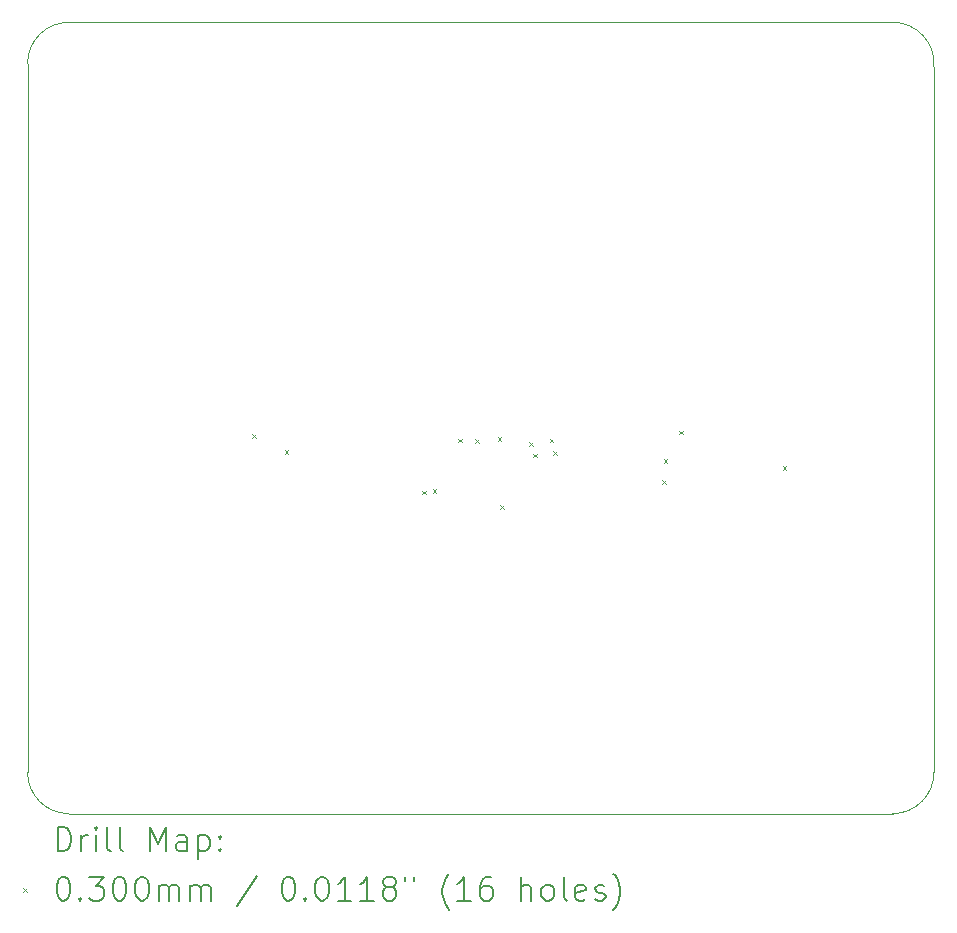
<source format=gbr>
%TF.GenerationSoftware,KiCad,Pcbnew,8.0.4*%
%TF.CreationDate,2024-12-09T12:19:38+01:00*%
%TF.ProjectId,BLDC motor controller,424c4443-206d-46f7-946f-7220636f6e74,1.1*%
%TF.SameCoordinates,Original*%
%TF.FileFunction,Drillmap*%
%TF.FilePolarity,Positive*%
%FSLAX45Y45*%
G04 Gerber Fmt 4.5, Leading zero omitted, Abs format (unit mm)*
G04 Created by KiCad (PCBNEW 8.0.4) date 2024-12-09 12:19:38*
%MOMM*%
%LPD*%
G01*
G04 APERTURE LIST*
%ADD10C,0.100000*%
%ADD11C,0.200000*%
G04 APERTURE END LIST*
D10*
X9725000Y-6750000D02*
X16700000Y-6750000D01*
X9375000Y-7100000D02*
G75*
G02*
X9725000Y-6750000I350000J0D01*
G01*
X9375000Y-13100000D02*
X9375000Y-8750000D01*
X16700000Y-6750000D02*
G75*
G02*
X17049111Y-7124936I0J-350000D01*
G01*
X9725000Y-13450000D02*
X16700000Y-13450000D01*
X17050000Y-13100000D02*
X17050000Y-7125000D01*
X17050000Y-13100000D02*
G75*
G02*
X16700000Y-13450000I-350000J0D01*
G01*
X9725000Y-13450000D02*
G75*
G02*
X9375000Y-13100000I0J350000D01*
G01*
X9375000Y-8750000D02*
X9375000Y-7100000D01*
D11*
D10*
X11277500Y-10237500D02*
X11307500Y-10267500D01*
X11307500Y-10237500D02*
X11277500Y-10267500D01*
X11552500Y-10375000D02*
X11582500Y-10405000D01*
X11582500Y-10375000D02*
X11552500Y-10405000D01*
X12715000Y-10715000D02*
X12745000Y-10745000D01*
X12745000Y-10715000D02*
X12715000Y-10745000D01*
X12805000Y-10705000D02*
X12835000Y-10735000D01*
X12835000Y-10705000D02*
X12805000Y-10735000D01*
X13020000Y-10275000D02*
X13050000Y-10305000D01*
X13050000Y-10275000D02*
X13020000Y-10305000D01*
X13165000Y-10280000D02*
X13195000Y-10310000D01*
X13195000Y-10280000D02*
X13165000Y-10310000D01*
X13355000Y-10265000D02*
X13385000Y-10295000D01*
X13385000Y-10265000D02*
X13355000Y-10295000D01*
X13375000Y-10840000D02*
X13405000Y-10870000D01*
X13405000Y-10840000D02*
X13375000Y-10870000D01*
X13625000Y-10305000D02*
X13655000Y-10335000D01*
X13655000Y-10305000D02*
X13625000Y-10335000D01*
X13655000Y-10405000D02*
X13685000Y-10435000D01*
X13685000Y-10405000D02*
X13655000Y-10435000D01*
X13795000Y-10275000D02*
X13825000Y-10305000D01*
X13825000Y-10275000D02*
X13795000Y-10305000D01*
X13825000Y-10380000D02*
X13855000Y-10410000D01*
X13855000Y-10380000D02*
X13825000Y-10410000D01*
X14750000Y-10627500D02*
X14780000Y-10657500D01*
X14780000Y-10627500D02*
X14750000Y-10657500D01*
X14762500Y-10450000D02*
X14792500Y-10480000D01*
X14792500Y-10450000D02*
X14762500Y-10480000D01*
X14895000Y-10210000D02*
X14925000Y-10240000D01*
X14925000Y-10210000D02*
X14895000Y-10240000D01*
X15767500Y-10510000D02*
X15797500Y-10540000D01*
X15797500Y-10510000D02*
X15767500Y-10540000D01*
D11*
X9630777Y-13766484D02*
X9630777Y-13566484D01*
X9630777Y-13566484D02*
X9678396Y-13566484D01*
X9678396Y-13566484D02*
X9706967Y-13576008D01*
X9706967Y-13576008D02*
X9726015Y-13595055D01*
X9726015Y-13595055D02*
X9735539Y-13614103D01*
X9735539Y-13614103D02*
X9745063Y-13652198D01*
X9745063Y-13652198D02*
X9745063Y-13680769D01*
X9745063Y-13680769D02*
X9735539Y-13718865D01*
X9735539Y-13718865D02*
X9726015Y-13737912D01*
X9726015Y-13737912D02*
X9706967Y-13756960D01*
X9706967Y-13756960D02*
X9678396Y-13766484D01*
X9678396Y-13766484D02*
X9630777Y-13766484D01*
X9830777Y-13766484D02*
X9830777Y-13633150D01*
X9830777Y-13671246D02*
X9840301Y-13652198D01*
X9840301Y-13652198D02*
X9849824Y-13642674D01*
X9849824Y-13642674D02*
X9868872Y-13633150D01*
X9868872Y-13633150D02*
X9887920Y-13633150D01*
X9954586Y-13766484D02*
X9954586Y-13633150D01*
X9954586Y-13566484D02*
X9945063Y-13576008D01*
X9945063Y-13576008D02*
X9954586Y-13585531D01*
X9954586Y-13585531D02*
X9964110Y-13576008D01*
X9964110Y-13576008D02*
X9954586Y-13566484D01*
X9954586Y-13566484D02*
X9954586Y-13585531D01*
X10078396Y-13766484D02*
X10059348Y-13756960D01*
X10059348Y-13756960D02*
X10049824Y-13737912D01*
X10049824Y-13737912D02*
X10049824Y-13566484D01*
X10183158Y-13766484D02*
X10164110Y-13756960D01*
X10164110Y-13756960D02*
X10154586Y-13737912D01*
X10154586Y-13737912D02*
X10154586Y-13566484D01*
X10411729Y-13766484D02*
X10411729Y-13566484D01*
X10411729Y-13566484D02*
X10478396Y-13709341D01*
X10478396Y-13709341D02*
X10545063Y-13566484D01*
X10545063Y-13566484D02*
X10545063Y-13766484D01*
X10726015Y-13766484D02*
X10726015Y-13661722D01*
X10726015Y-13661722D02*
X10716491Y-13642674D01*
X10716491Y-13642674D02*
X10697444Y-13633150D01*
X10697444Y-13633150D02*
X10659348Y-13633150D01*
X10659348Y-13633150D02*
X10640301Y-13642674D01*
X10726015Y-13756960D02*
X10706967Y-13766484D01*
X10706967Y-13766484D02*
X10659348Y-13766484D01*
X10659348Y-13766484D02*
X10640301Y-13756960D01*
X10640301Y-13756960D02*
X10630777Y-13737912D01*
X10630777Y-13737912D02*
X10630777Y-13718865D01*
X10630777Y-13718865D02*
X10640301Y-13699817D01*
X10640301Y-13699817D02*
X10659348Y-13690293D01*
X10659348Y-13690293D02*
X10706967Y-13690293D01*
X10706967Y-13690293D02*
X10726015Y-13680769D01*
X10821253Y-13633150D02*
X10821253Y-13833150D01*
X10821253Y-13642674D02*
X10840301Y-13633150D01*
X10840301Y-13633150D02*
X10878396Y-13633150D01*
X10878396Y-13633150D02*
X10897444Y-13642674D01*
X10897444Y-13642674D02*
X10906967Y-13652198D01*
X10906967Y-13652198D02*
X10916491Y-13671246D01*
X10916491Y-13671246D02*
X10916491Y-13728388D01*
X10916491Y-13728388D02*
X10906967Y-13747436D01*
X10906967Y-13747436D02*
X10897444Y-13756960D01*
X10897444Y-13756960D02*
X10878396Y-13766484D01*
X10878396Y-13766484D02*
X10840301Y-13766484D01*
X10840301Y-13766484D02*
X10821253Y-13756960D01*
X11002205Y-13747436D02*
X11011729Y-13756960D01*
X11011729Y-13756960D02*
X11002205Y-13766484D01*
X11002205Y-13766484D02*
X10992682Y-13756960D01*
X10992682Y-13756960D02*
X11002205Y-13747436D01*
X11002205Y-13747436D02*
X11002205Y-13766484D01*
X11002205Y-13642674D02*
X11011729Y-13652198D01*
X11011729Y-13652198D02*
X11002205Y-13661722D01*
X11002205Y-13661722D02*
X10992682Y-13652198D01*
X10992682Y-13652198D02*
X11002205Y-13642674D01*
X11002205Y-13642674D02*
X11002205Y-13661722D01*
D10*
X9340000Y-14080000D02*
X9370000Y-14110000D01*
X9370000Y-14080000D02*
X9340000Y-14110000D01*
D11*
X9668872Y-13986484D02*
X9687920Y-13986484D01*
X9687920Y-13986484D02*
X9706967Y-13996008D01*
X9706967Y-13996008D02*
X9716491Y-14005531D01*
X9716491Y-14005531D02*
X9726015Y-14024579D01*
X9726015Y-14024579D02*
X9735539Y-14062674D01*
X9735539Y-14062674D02*
X9735539Y-14110293D01*
X9735539Y-14110293D02*
X9726015Y-14148388D01*
X9726015Y-14148388D02*
X9716491Y-14167436D01*
X9716491Y-14167436D02*
X9706967Y-14176960D01*
X9706967Y-14176960D02*
X9687920Y-14186484D01*
X9687920Y-14186484D02*
X9668872Y-14186484D01*
X9668872Y-14186484D02*
X9649824Y-14176960D01*
X9649824Y-14176960D02*
X9640301Y-14167436D01*
X9640301Y-14167436D02*
X9630777Y-14148388D01*
X9630777Y-14148388D02*
X9621253Y-14110293D01*
X9621253Y-14110293D02*
X9621253Y-14062674D01*
X9621253Y-14062674D02*
X9630777Y-14024579D01*
X9630777Y-14024579D02*
X9640301Y-14005531D01*
X9640301Y-14005531D02*
X9649824Y-13996008D01*
X9649824Y-13996008D02*
X9668872Y-13986484D01*
X9821253Y-14167436D02*
X9830777Y-14176960D01*
X9830777Y-14176960D02*
X9821253Y-14186484D01*
X9821253Y-14186484D02*
X9811729Y-14176960D01*
X9811729Y-14176960D02*
X9821253Y-14167436D01*
X9821253Y-14167436D02*
X9821253Y-14186484D01*
X9897444Y-13986484D02*
X10021253Y-13986484D01*
X10021253Y-13986484D02*
X9954586Y-14062674D01*
X9954586Y-14062674D02*
X9983158Y-14062674D01*
X9983158Y-14062674D02*
X10002205Y-14072198D01*
X10002205Y-14072198D02*
X10011729Y-14081722D01*
X10011729Y-14081722D02*
X10021253Y-14100769D01*
X10021253Y-14100769D02*
X10021253Y-14148388D01*
X10021253Y-14148388D02*
X10011729Y-14167436D01*
X10011729Y-14167436D02*
X10002205Y-14176960D01*
X10002205Y-14176960D02*
X9983158Y-14186484D01*
X9983158Y-14186484D02*
X9926015Y-14186484D01*
X9926015Y-14186484D02*
X9906967Y-14176960D01*
X9906967Y-14176960D02*
X9897444Y-14167436D01*
X10145063Y-13986484D02*
X10164110Y-13986484D01*
X10164110Y-13986484D02*
X10183158Y-13996008D01*
X10183158Y-13996008D02*
X10192682Y-14005531D01*
X10192682Y-14005531D02*
X10202205Y-14024579D01*
X10202205Y-14024579D02*
X10211729Y-14062674D01*
X10211729Y-14062674D02*
X10211729Y-14110293D01*
X10211729Y-14110293D02*
X10202205Y-14148388D01*
X10202205Y-14148388D02*
X10192682Y-14167436D01*
X10192682Y-14167436D02*
X10183158Y-14176960D01*
X10183158Y-14176960D02*
X10164110Y-14186484D01*
X10164110Y-14186484D02*
X10145063Y-14186484D01*
X10145063Y-14186484D02*
X10126015Y-14176960D01*
X10126015Y-14176960D02*
X10116491Y-14167436D01*
X10116491Y-14167436D02*
X10106967Y-14148388D01*
X10106967Y-14148388D02*
X10097444Y-14110293D01*
X10097444Y-14110293D02*
X10097444Y-14062674D01*
X10097444Y-14062674D02*
X10106967Y-14024579D01*
X10106967Y-14024579D02*
X10116491Y-14005531D01*
X10116491Y-14005531D02*
X10126015Y-13996008D01*
X10126015Y-13996008D02*
X10145063Y-13986484D01*
X10335539Y-13986484D02*
X10354586Y-13986484D01*
X10354586Y-13986484D02*
X10373634Y-13996008D01*
X10373634Y-13996008D02*
X10383158Y-14005531D01*
X10383158Y-14005531D02*
X10392682Y-14024579D01*
X10392682Y-14024579D02*
X10402205Y-14062674D01*
X10402205Y-14062674D02*
X10402205Y-14110293D01*
X10402205Y-14110293D02*
X10392682Y-14148388D01*
X10392682Y-14148388D02*
X10383158Y-14167436D01*
X10383158Y-14167436D02*
X10373634Y-14176960D01*
X10373634Y-14176960D02*
X10354586Y-14186484D01*
X10354586Y-14186484D02*
X10335539Y-14186484D01*
X10335539Y-14186484D02*
X10316491Y-14176960D01*
X10316491Y-14176960D02*
X10306967Y-14167436D01*
X10306967Y-14167436D02*
X10297444Y-14148388D01*
X10297444Y-14148388D02*
X10287920Y-14110293D01*
X10287920Y-14110293D02*
X10287920Y-14062674D01*
X10287920Y-14062674D02*
X10297444Y-14024579D01*
X10297444Y-14024579D02*
X10306967Y-14005531D01*
X10306967Y-14005531D02*
X10316491Y-13996008D01*
X10316491Y-13996008D02*
X10335539Y-13986484D01*
X10487920Y-14186484D02*
X10487920Y-14053150D01*
X10487920Y-14072198D02*
X10497444Y-14062674D01*
X10497444Y-14062674D02*
X10516491Y-14053150D01*
X10516491Y-14053150D02*
X10545063Y-14053150D01*
X10545063Y-14053150D02*
X10564110Y-14062674D01*
X10564110Y-14062674D02*
X10573634Y-14081722D01*
X10573634Y-14081722D02*
X10573634Y-14186484D01*
X10573634Y-14081722D02*
X10583158Y-14062674D01*
X10583158Y-14062674D02*
X10602205Y-14053150D01*
X10602205Y-14053150D02*
X10630777Y-14053150D01*
X10630777Y-14053150D02*
X10649825Y-14062674D01*
X10649825Y-14062674D02*
X10659348Y-14081722D01*
X10659348Y-14081722D02*
X10659348Y-14186484D01*
X10754586Y-14186484D02*
X10754586Y-14053150D01*
X10754586Y-14072198D02*
X10764110Y-14062674D01*
X10764110Y-14062674D02*
X10783158Y-14053150D01*
X10783158Y-14053150D02*
X10811729Y-14053150D01*
X10811729Y-14053150D02*
X10830777Y-14062674D01*
X10830777Y-14062674D02*
X10840301Y-14081722D01*
X10840301Y-14081722D02*
X10840301Y-14186484D01*
X10840301Y-14081722D02*
X10849825Y-14062674D01*
X10849825Y-14062674D02*
X10868872Y-14053150D01*
X10868872Y-14053150D02*
X10897444Y-14053150D01*
X10897444Y-14053150D02*
X10916491Y-14062674D01*
X10916491Y-14062674D02*
X10926015Y-14081722D01*
X10926015Y-14081722D02*
X10926015Y-14186484D01*
X11316491Y-13976960D02*
X11145063Y-14234103D01*
X11573634Y-13986484D02*
X11592682Y-13986484D01*
X11592682Y-13986484D02*
X11611729Y-13996008D01*
X11611729Y-13996008D02*
X11621253Y-14005531D01*
X11621253Y-14005531D02*
X11630777Y-14024579D01*
X11630777Y-14024579D02*
X11640301Y-14062674D01*
X11640301Y-14062674D02*
X11640301Y-14110293D01*
X11640301Y-14110293D02*
X11630777Y-14148388D01*
X11630777Y-14148388D02*
X11621253Y-14167436D01*
X11621253Y-14167436D02*
X11611729Y-14176960D01*
X11611729Y-14176960D02*
X11592682Y-14186484D01*
X11592682Y-14186484D02*
X11573634Y-14186484D01*
X11573634Y-14186484D02*
X11554586Y-14176960D01*
X11554586Y-14176960D02*
X11545063Y-14167436D01*
X11545063Y-14167436D02*
X11535539Y-14148388D01*
X11535539Y-14148388D02*
X11526015Y-14110293D01*
X11526015Y-14110293D02*
X11526015Y-14062674D01*
X11526015Y-14062674D02*
X11535539Y-14024579D01*
X11535539Y-14024579D02*
X11545063Y-14005531D01*
X11545063Y-14005531D02*
X11554586Y-13996008D01*
X11554586Y-13996008D02*
X11573634Y-13986484D01*
X11726015Y-14167436D02*
X11735539Y-14176960D01*
X11735539Y-14176960D02*
X11726015Y-14186484D01*
X11726015Y-14186484D02*
X11716491Y-14176960D01*
X11716491Y-14176960D02*
X11726015Y-14167436D01*
X11726015Y-14167436D02*
X11726015Y-14186484D01*
X11859348Y-13986484D02*
X11878396Y-13986484D01*
X11878396Y-13986484D02*
X11897444Y-13996008D01*
X11897444Y-13996008D02*
X11906967Y-14005531D01*
X11906967Y-14005531D02*
X11916491Y-14024579D01*
X11916491Y-14024579D02*
X11926015Y-14062674D01*
X11926015Y-14062674D02*
X11926015Y-14110293D01*
X11926015Y-14110293D02*
X11916491Y-14148388D01*
X11916491Y-14148388D02*
X11906967Y-14167436D01*
X11906967Y-14167436D02*
X11897444Y-14176960D01*
X11897444Y-14176960D02*
X11878396Y-14186484D01*
X11878396Y-14186484D02*
X11859348Y-14186484D01*
X11859348Y-14186484D02*
X11840301Y-14176960D01*
X11840301Y-14176960D02*
X11830777Y-14167436D01*
X11830777Y-14167436D02*
X11821253Y-14148388D01*
X11821253Y-14148388D02*
X11811729Y-14110293D01*
X11811729Y-14110293D02*
X11811729Y-14062674D01*
X11811729Y-14062674D02*
X11821253Y-14024579D01*
X11821253Y-14024579D02*
X11830777Y-14005531D01*
X11830777Y-14005531D02*
X11840301Y-13996008D01*
X11840301Y-13996008D02*
X11859348Y-13986484D01*
X12116491Y-14186484D02*
X12002206Y-14186484D01*
X12059348Y-14186484D02*
X12059348Y-13986484D01*
X12059348Y-13986484D02*
X12040301Y-14015055D01*
X12040301Y-14015055D02*
X12021253Y-14034103D01*
X12021253Y-14034103D02*
X12002206Y-14043627D01*
X12306967Y-14186484D02*
X12192682Y-14186484D01*
X12249825Y-14186484D02*
X12249825Y-13986484D01*
X12249825Y-13986484D02*
X12230777Y-14015055D01*
X12230777Y-14015055D02*
X12211729Y-14034103D01*
X12211729Y-14034103D02*
X12192682Y-14043627D01*
X12421253Y-14072198D02*
X12402206Y-14062674D01*
X12402206Y-14062674D02*
X12392682Y-14053150D01*
X12392682Y-14053150D02*
X12383158Y-14034103D01*
X12383158Y-14034103D02*
X12383158Y-14024579D01*
X12383158Y-14024579D02*
X12392682Y-14005531D01*
X12392682Y-14005531D02*
X12402206Y-13996008D01*
X12402206Y-13996008D02*
X12421253Y-13986484D01*
X12421253Y-13986484D02*
X12459348Y-13986484D01*
X12459348Y-13986484D02*
X12478396Y-13996008D01*
X12478396Y-13996008D02*
X12487920Y-14005531D01*
X12487920Y-14005531D02*
X12497444Y-14024579D01*
X12497444Y-14024579D02*
X12497444Y-14034103D01*
X12497444Y-14034103D02*
X12487920Y-14053150D01*
X12487920Y-14053150D02*
X12478396Y-14062674D01*
X12478396Y-14062674D02*
X12459348Y-14072198D01*
X12459348Y-14072198D02*
X12421253Y-14072198D01*
X12421253Y-14072198D02*
X12402206Y-14081722D01*
X12402206Y-14081722D02*
X12392682Y-14091246D01*
X12392682Y-14091246D02*
X12383158Y-14110293D01*
X12383158Y-14110293D02*
X12383158Y-14148388D01*
X12383158Y-14148388D02*
X12392682Y-14167436D01*
X12392682Y-14167436D02*
X12402206Y-14176960D01*
X12402206Y-14176960D02*
X12421253Y-14186484D01*
X12421253Y-14186484D02*
X12459348Y-14186484D01*
X12459348Y-14186484D02*
X12478396Y-14176960D01*
X12478396Y-14176960D02*
X12487920Y-14167436D01*
X12487920Y-14167436D02*
X12497444Y-14148388D01*
X12497444Y-14148388D02*
X12497444Y-14110293D01*
X12497444Y-14110293D02*
X12487920Y-14091246D01*
X12487920Y-14091246D02*
X12478396Y-14081722D01*
X12478396Y-14081722D02*
X12459348Y-14072198D01*
X12573634Y-13986484D02*
X12573634Y-14024579D01*
X12649825Y-13986484D02*
X12649825Y-14024579D01*
X12945063Y-14262674D02*
X12935539Y-14253150D01*
X12935539Y-14253150D02*
X12916491Y-14224579D01*
X12916491Y-14224579D02*
X12906968Y-14205531D01*
X12906968Y-14205531D02*
X12897444Y-14176960D01*
X12897444Y-14176960D02*
X12887920Y-14129341D01*
X12887920Y-14129341D02*
X12887920Y-14091246D01*
X12887920Y-14091246D02*
X12897444Y-14043627D01*
X12897444Y-14043627D02*
X12906968Y-14015055D01*
X12906968Y-14015055D02*
X12916491Y-13996008D01*
X12916491Y-13996008D02*
X12935539Y-13967436D01*
X12935539Y-13967436D02*
X12945063Y-13957912D01*
X13126015Y-14186484D02*
X13011729Y-14186484D01*
X13068872Y-14186484D02*
X13068872Y-13986484D01*
X13068872Y-13986484D02*
X13049825Y-14015055D01*
X13049825Y-14015055D02*
X13030777Y-14034103D01*
X13030777Y-14034103D02*
X13011729Y-14043627D01*
X13297444Y-13986484D02*
X13259348Y-13986484D01*
X13259348Y-13986484D02*
X13240301Y-13996008D01*
X13240301Y-13996008D02*
X13230777Y-14005531D01*
X13230777Y-14005531D02*
X13211729Y-14034103D01*
X13211729Y-14034103D02*
X13202206Y-14072198D01*
X13202206Y-14072198D02*
X13202206Y-14148388D01*
X13202206Y-14148388D02*
X13211729Y-14167436D01*
X13211729Y-14167436D02*
X13221253Y-14176960D01*
X13221253Y-14176960D02*
X13240301Y-14186484D01*
X13240301Y-14186484D02*
X13278396Y-14186484D01*
X13278396Y-14186484D02*
X13297444Y-14176960D01*
X13297444Y-14176960D02*
X13306968Y-14167436D01*
X13306968Y-14167436D02*
X13316491Y-14148388D01*
X13316491Y-14148388D02*
X13316491Y-14100769D01*
X13316491Y-14100769D02*
X13306968Y-14081722D01*
X13306968Y-14081722D02*
X13297444Y-14072198D01*
X13297444Y-14072198D02*
X13278396Y-14062674D01*
X13278396Y-14062674D02*
X13240301Y-14062674D01*
X13240301Y-14062674D02*
X13221253Y-14072198D01*
X13221253Y-14072198D02*
X13211729Y-14081722D01*
X13211729Y-14081722D02*
X13202206Y-14100769D01*
X13554587Y-14186484D02*
X13554587Y-13986484D01*
X13640301Y-14186484D02*
X13640301Y-14081722D01*
X13640301Y-14081722D02*
X13630777Y-14062674D01*
X13630777Y-14062674D02*
X13611730Y-14053150D01*
X13611730Y-14053150D02*
X13583158Y-14053150D01*
X13583158Y-14053150D02*
X13564110Y-14062674D01*
X13564110Y-14062674D02*
X13554587Y-14072198D01*
X13764110Y-14186484D02*
X13745063Y-14176960D01*
X13745063Y-14176960D02*
X13735539Y-14167436D01*
X13735539Y-14167436D02*
X13726015Y-14148388D01*
X13726015Y-14148388D02*
X13726015Y-14091246D01*
X13726015Y-14091246D02*
X13735539Y-14072198D01*
X13735539Y-14072198D02*
X13745063Y-14062674D01*
X13745063Y-14062674D02*
X13764110Y-14053150D01*
X13764110Y-14053150D02*
X13792682Y-14053150D01*
X13792682Y-14053150D02*
X13811730Y-14062674D01*
X13811730Y-14062674D02*
X13821253Y-14072198D01*
X13821253Y-14072198D02*
X13830777Y-14091246D01*
X13830777Y-14091246D02*
X13830777Y-14148388D01*
X13830777Y-14148388D02*
X13821253Y-14167436D01*
X13821253Y-14167436D02*
X13811730Y-14176960D01*
X13811730Y-14176960D02*
X13792682Y-14186484D01*
X13792682Y-14186484D02*
X13764110Y-14186484D01*
X13945063Y-14186484D02*
X13926015Y-14176960D01*
X13926015Y-14176960D02*
X13916491Y-14157912D01*
X13916491Y-14157912D02*
X13916491Y-13986484D01*
X14097444Y-14176960D02*
X14078396Y-14186484D01*
X14078396Y-14186484D02*
X14040301Y-14186484D01*
X14040301Y-14186484D02*
X14021253Y-14176960D01*
X14021253Y-14176960D02*
X14011730Y-14157912D01*
X14011730Y-14157912D02*
X14011730Y-14081722D01*
X14011730Y-14081722D02*
X14021253Y-14062674D01*
X14021253Y-14062674D02*
X14040301Y-14053150D01*
X14040301Y-14053150D02*
X14078396Y-14053150D01*
X14078396Y-14053150D02*
X14097444Y-14062674D01*
X14097444Y-14062674D02*
X14106968Y-14081722D01*
X14106968Y-14081722D02*
X14106968Y-14100769D01*
X14106968Y-14100769D02*
X14011730Y-14119817D01*
X14183158Y-14176960D02*
X14202206Y-14186484D01*
X14202206Y-14186484D02*
X14240301Y-14186484D01*
X14240301Y-14186484D02*
X14259349Y-14176960D01*
X14259349Y-14176960D02*
X14268872Y-14157912D01*
X14268872Y-14157912D02*
X14268872Y-14148388D01*
X14268872Y-14148388D02*
X14259349Y-14129341D01*
X14259349Y-14129341D02*
X14240301Y-14119817D01*
X14240301Y-14119817D02*
X14211730Y-14119817D01*
X14211730Y-14119817D02*
X14192682Y-14110293D01*
X14192682Y-14110293D02*
X14183158Y-14091246D01*
X14183158Y-14091246D02*
X14183158Y-14081722D01*
X14183158Y-14081722D02*
X14192682Y-14062674D01*
X14192682Y-14062674D02*
X14211730Y-14053150D01*
X14211730Y-14053150D02*
X14240301Y-14053150D01*
X14240301Y-14053150D02*
X14259349Y-14062674D01*
X14335539Y-14262674D02*
X14345063Y-14253150D01*
X14345063Y-14253150D02*
X14364111Y-14224579D01*
X14364111Y-14224579D02*
X14373634Y-14205531D01*
X14373634Y-14205531D02*
X14383158Y-14176960D01*
X14383158Y-14176960D02*
X14392682Y-14129341D01*
X14392682Y-14129341D02*
X14392682Y-14091246D01*
X14392682Y-14091246D02*
X14383158Y-14043627D01*
X14383158Y-14043627D02*
X14373634Y-14015055D01*
X14373634Y-14015055D02*
X14364111Y-13996008D01*
X14364111Y-13996008D02*
X14345063Y-13967436D01*
X14345063Y-13967436D02*
X14335539Y-13957912D01*
M02*

</source>
